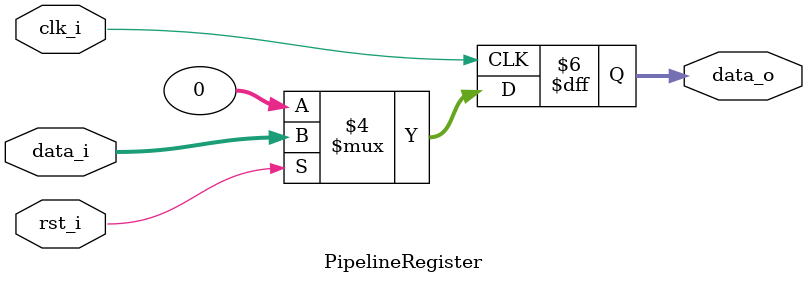
<source format=v>
module PipelineRegister #(parameter width = 32) (
	input clk_i,
	input rst_i,
	input [width-1:0] data_i,
	output reg [width-1:0] data_o
);

always @(posedge clk_i) begin
	if (~rst_i)
		data_o <= 0;
	else
		data_o <= data_i;
end

endmodule

</source>
